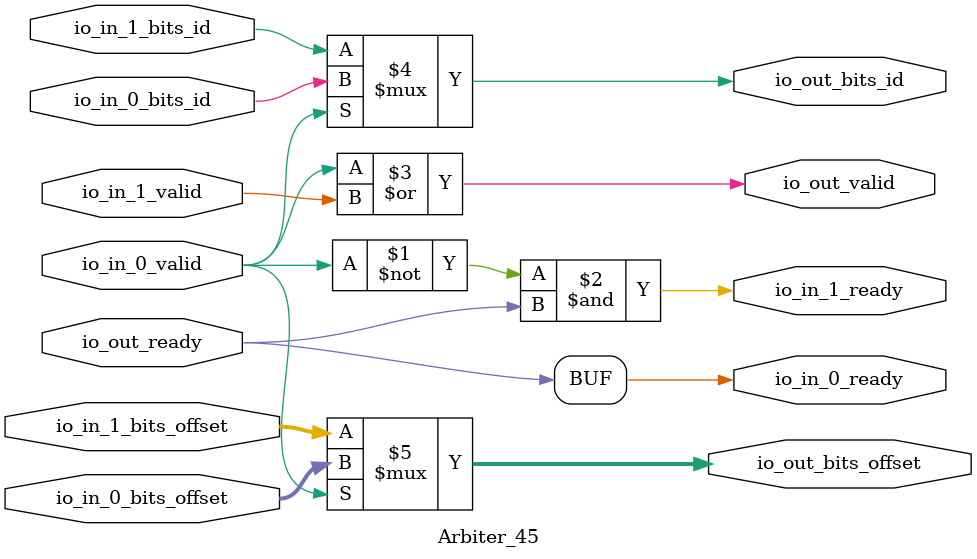
<source format=sv>
`ifndef RANDOMIZE
  `ifdef RANDOMIZE_REG_INIT
    `define RANDOMIZE
  `endif // RANDOMIZE_REG_INIT
`endif // not def RANDOMIZE
`ifndef RANDOMIZE
  `ifdef RANDOMIZE_MEM_INIT
    `define RANDOMIZE
  `endif // RANDOMIZE_MEM_INIT
`endif // not def RANDOMIZE

`ifndef RANDOM
  `define RANDOM $random
`endif // not def RANDOM

// Users can define 'PRINTF_COND' to add an extra gate to prints.
`ifndef PRINTF_COND_
  `ifdef PRINTF_COND
    `define PRINTF_COND_ (`PRINTF_COND)
  `else  // PRINTF_COND
    `define PRINTF_COND_ 1
  `endif // PRINTF_COND
`endif // not def PRINTF_COND_

// Users can define 'ASSERT_VERBOSE_COND' to add an extra gate to assert error printing.
`ifndef ASSERT_VERBOSE_COND_
  `ifdef ASSERT_VERBOSE_COND
    `define ASSERT_VERBOSE_COND_ (`ASSERT_VERBOSE_COND)
  `else  // ASSERT_VERBOSE_COND
    `define ASSERT_VERBOSE_COND_ 1
  `endif // ASSERT_VERBOSE_COND
`endif // not def ASSERT_VERBOSE_COND_

// Users can define 'STOP_COND' to add an extra gate to stop conditions.
`ifndef STOP_COND_
  `ifdef STOP_COND
    `define STOP_COND_ (`STOP_COND)
  `else  // STOP_COND
    `define STOP_COND_ 1
  `endif // STOP_COND
`endif // not def STOP_COND_

// Users can define INIT_RANDOM as general code that gets injected into the
// initializer block for modules with registers.
`ifndef INIT_RANDOM
  `define INIT_RANDOM
`endif // not def INIT_RANDOM

// If using random initialization, you can also define RANDOMIZE_DELAY to
// customize the delay used, otherwise 0.002 is used.
`ifndef RANDOMIZE_DELAY
  `define RANDOMIZE_DELAY 0.002
`endif // not def RANDOMIZE_DELAY

// Define INIT_RANDOM_PROLOG_ for use in our modules below.
`ifndef INIT_RANDOM_PROLOG_
  `ifdef RANDOMIZE
    `ifdef VERILATOR
      `define INIT_RANDOM_PROLOG_ `INIT_RANDOM
    `else  // VERILATOR
      `define INIT_RANDOM_PROLOG_ `INIT_RANDOM #`RANDOMIZE_DELAY begin end
    `endif // VERILATOR
  `else  // RANDOMIZE
    `define INIT_RANDOM_PROLOG_
  `endif // RANDOMIZE
`endif // not def INIT_RANDOM_PROLOG_

// Include register initializers in init blocks unless synthesis is set
`ifndef SYNTHESIS
  `ifndef ENABLE_INITIAL_REG_
    `define ENABLE_INITIAL_REG_
  `endif // not def ENABLE_INITIAL_REG_
`endif // not def SYNTHESIS

// Include rmemory initializers in init blocks unless synthesis is set
`ifndef SYNTHESIS
  `ifndef ENABLE_INITIAL_MEM_
    `define ENABLE_INITIAL_MEM_
  `endif // not def ENABLE_INITIAL_MEM_
`endif // not def SYNTHESIS

module Arbiter_45(
  input        io_in_0_valid,
               io_in_0_bits_id,
  input  [2:0] io_in_0_bits_offset,
  input        io_in_1_valid,
               io_in_1_bits_id,
  input  [2:0] io_in_1_bits_offset,
  input        io_out_ready,
  output       io_in_0_ready,
               io_in_1_ready,
               io_out_valid,
               io_out_bits_id,
  output [2:0] io_out_bits_offset
);

  assign io_in_0_ready = io_out_ready;
  assign io_in_1_ready = ~io_in_0_valid & io_out_ready;	// Arbiter.scala:31:78, :134:19
  assign io_out_valid = io_in_0_valid | io_in_1_valid;	// Arbiter.scala:135:31
  assign io_out_bits_id = io_in_0_valid ? io_in_0_bits_id : io_in_1_bits_id;	// Arbiter.scala:124:15, :126:27, :128:19
  assign io_out_bits_offset = io_in_0_valid ? io_in_0_bits_offset : io_in_1_bits_offset;	// Arbiter.scala:124:15, :126:27, :128:19
endmodule


</source>
